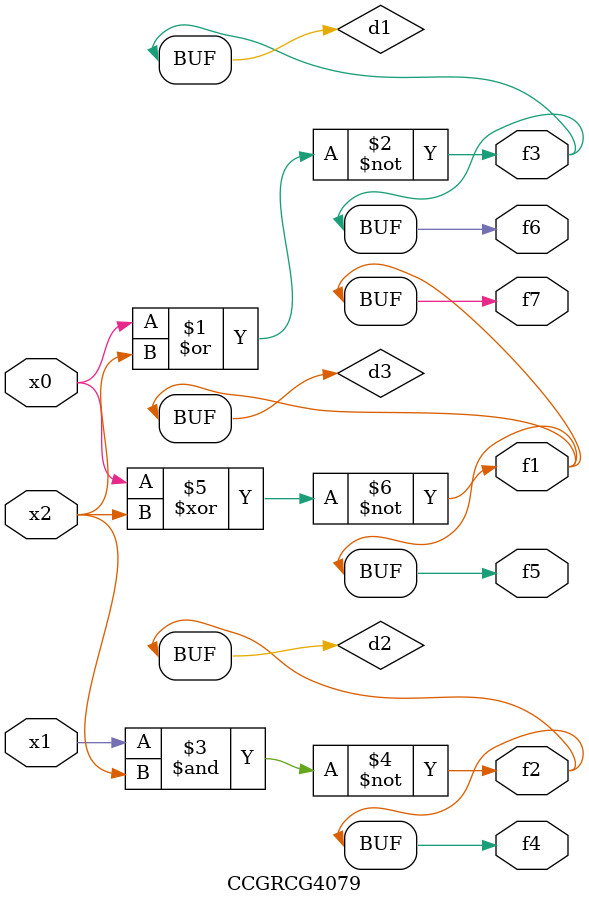
<source format=v>
module CCGRCG4079(
	input x0, x1, x2,
	output f1, f2, f3, f4, f5, f6, f7
);

	wire d1, d2, d3;

	nor (d1, x0, x2);
	nand (d2, x1, x2);
	xnor (d3, x0, x2);
	assign f1 = d3;
	assign f2 = d2;
	assign f3 = d1;
	assign f4 = d2;
	assign f5 = d3;
	assign f6 = d1;
	assign f7 = d3;
endmodule

</source>
